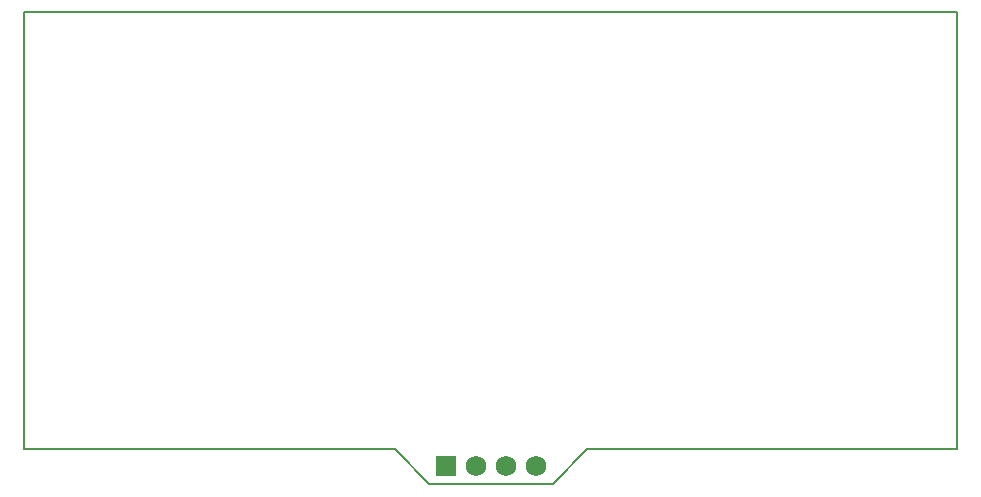
<source format=gbs>
G75*
%MOIN*%
%OFA0B0*%
%FSLAX25Y25*%
%IPPOS*%
%LPD*%
%AMOC8*
5,1,8,0,0,1.08239X$1,22.5*
%
%ADD10C,0.00600*%
%ADD11R,0.06900X0.06900*%
%ADD12C,0.06900*%
D10*
X0003112Y0018800D02*
X0003112Y0164469D01*
X0314136Y0164469D01*
X0314136Y0018800D01*
X0190812Y0018800D01*
X0179254Y0007200D01*
X0138112Y0007200D01*
X0126612Y0018800D01*
X0003112Y0018800D01*
D11*
X0143624Y0013200D03*
D12*
X0153624Y0013200D03*
X0163624Y0013200D03*
X0173624Y0013200D03*
M02*

</source>
